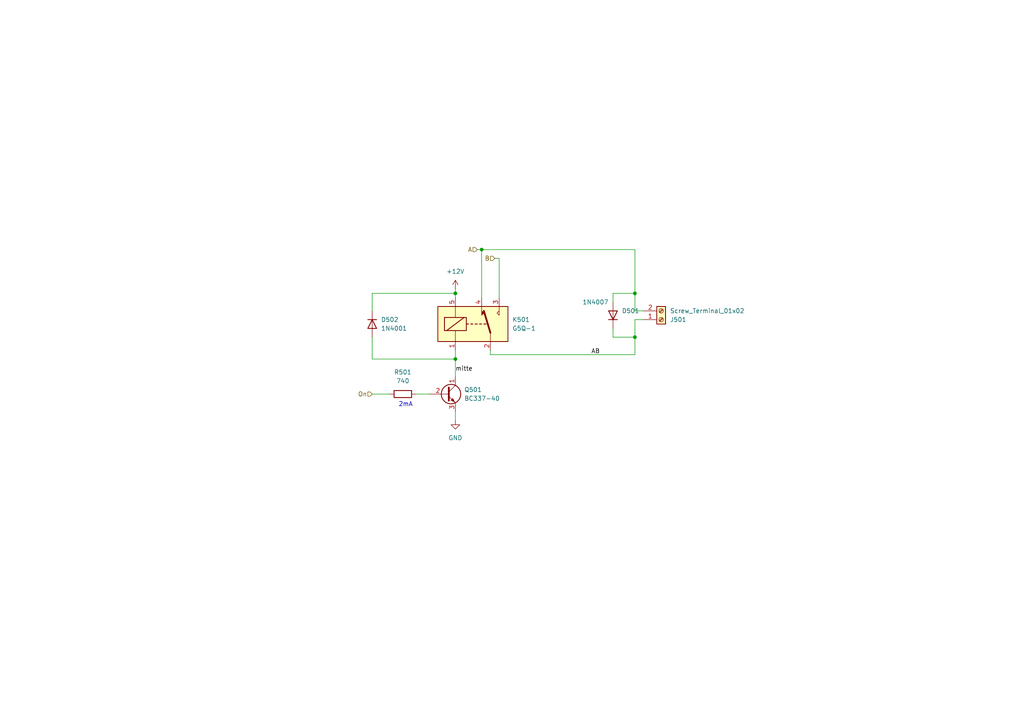
<source format=kicad_sch>
(kicad_sch (version 20211123) (generator eeschema)
  (paper "A4")
  (title_block (title "ESP32 Relaiskarte") (date "2022-03-21") (rev "0.0.1") (company "makerspace Bocholt") (comment 1 "+ optionale Servo Ansteuerung") (comment 2 "+ optionale Lan Karte") (comment 4 "Frank Tobergte"))
  (lib_symbols
    (symbol "Connector:Screw_Terminal_01x02" (pin_names (offset 1.016) hide)
      (property "Reference" "J" (at 0 2.54 0))
      (property "Value" "Screw_Terminal_01x02" (at 0 -5.08 0))
      (symbol "Screw_Terminal_01x02_1_1"
        (rectangle (start -1.27 1.27) (end 1.27 -3.81) (stroke (width 0.254)) (fill (type background)))
        (circle (center 0 -2.54) (radius 0.635) (stroke (width 0.1524)))
        (polyline (pts (xy -0.5334 -2.2098) (xy 0.3302 -3.048)) (stroke (width 0.1524)))
        (polyline (pts (xy -0.5334 0.3302) (xy 0.3302 -0.508)) (stroke (width 0.1524)))
        (polyline (pts (xy -0.3556 -2.032) (xy 0.508 -2.8702)) (stroke (width 0.1524)))
        (polyline (pts (xy -0.3556 0.508) (xy 0.508 -0.3302)) (stroke (width 0.1524)))
        (circle (center 0 0) (radius 0.635) (stroke (width 0.1524)))
        (pin passive line (at -5.08 0 0) (length 3.81) (name "Pin_1") (number "1"))
        (pin passive line (at -5.08 -2.54 0) (length 3.81) (name "Pin_2") (number "2"))
      )
    )
    (symbol "Device:R" (pin_numbers hide) (pin_names (offset 0))
      (property "Reference" "R" (at 2.032 0 90))
      (property "Value" "R" (at 0 0 90))
      (symbol "R_0_1"
        (rectangle (start -1.016 -2.54) (end 1.016 2.54) (stroke (width 0.254)))
      )
      (symbol "R_1_1"
        (pin passive line (at 0 3.81 270) (length 1.27) (name "~") (number "1"))
        (pin passive line (at 0 -3.81 90) (length 1.27) (name "~") (number "2"))
      )
    )
    (symbol "Diode:1N4001" (pin_numbers hide) (pin_names (offset 1.016) hide)
      (property "Reference" "D" (at 0 2.54 0))
      (property "Value" "1N4001" (at 0 -2.54 0))
      (symbol "1N4001_0_1"
        (polyline (pts (xy -1.27 1.27) (xy -1.27 -1.27)) (stroke (width 0.254)))
        (polyline (pts (xy 1.27 0) (xy -1.27 0)))
        (polyline (pts (xy 1.27 1.27) (xy 1.27 -1.27) (xy -1.27 0) (xy 1.27 1.27)) (stroke (width 0.254)))
      )
      (symbol "1N4001_1_1"
        (pin passive line (at -3.81 0 0) (length 2.54) (name "K") (number "1"))
        (pin passive line (at 3.81 0 180) (length 2.54) (name "A") (number "2"))
      )
    )
    (symbol "Diode:1N4007" (pin_numbers hide) (pin_names (offset 1.016) hide)
      (property "Reference" "D" (at 0 2.54 0))
      (property "Value" "1N4007" (at 0 -2.54 0))
      (symbol "1N4007_0_1"
        (polyline (pts (xy -1.27 1.27) (xy -1.27 -1.27)) (stroke (width 0.254)))
        (polyline (pts (xy 1.27 0) (xy -1.27 0)))
        (polyline (pts (xy 1.27 1.27) (xy 1.27 -1.27) (xy -1.27 0) (xy 1.27 1.27)) (stroke (width 0.254)))
      )
      (symbol "1N4007_1_1"
        (pin passive line (at -3.81 0 0) (length 2.54) (name "K") (number "1"))
        (pin passive line (at 3.81 0 180) (length 2.54) (name "A") (number "2"))
      )
    )
    (symbol "Relay:G5Q-1"
      (property "Reference" "K" (at 11.43 3.81 0))
      (property "Value" "G5Q-1" (at 11.43 1.27 0))
      (symbol "G5Q-1_0_0"
        (polyline (pts (xy 7.62 5.08) (xy 7.62 2.54) (xy 6.985 3.175) (xy 7.62 3.81)))
      )
      (symbol "G5Q-1_0_1"
        (rectangle (start -10.16 5.08) (end 10.16 -5.08) (stroke (width 0.254)) (fill (type background)))
        (rectangle (start -8.255 1.905) (end -1.905 -1.905) (stroke (width 0.254)))
        (polyline (pts (xy -7.62 -1.905) (xy -2.54 1.905)) (stroke (width 0.254)))
        (polyline (pts (xy -5.08 -5.08) (xy -5.08 -1.905)))
        (polyline (pts (xy -5.08 5.08) (xy -5.08 1.905)))
        (polyline (pts (xy -1.905 0) (xy -1.27 0)) (stroke (width 0.254)))
        (polyline (pts (xy -0.635 0) (xy 0 0)) (stroke (width 0.254)))
        (polyline (pts (xy 0.635 0) (xy 1.27 0)) (stroke (width 0.254)))
        (polyline (pts (xy 1.905 0) (xy 2.54 0)) (stroke (width 0.254)))
        (polyline (pts (xy 3.175 0) (xy 3.81 0)) (stroke (width 0.254)))
        (polyline (pts (xy 5.08 -2.54) (xy 3.175 3.81)) (stroke (width 0.508)))
        (polyline (pts (xy 5.08 -2.54) (xy 5.08 -5.08)))
        (polyline (pts (xy 2.54 5.08) (xy 2.54 2.54) (xy 3.175 3.175) (xy 2.54 3.81)) (fill (type outline)))
      )
      (symbol "G5Q-1_1_1"
        (pin passive line (at -5.08 -7.62 90) (length 2.54) (name "~") (number "1"))
        (pin passive line (at 5.08 -7.62 90) (length 2.54) (name "~") (number "2"))
        (pin passive line (at 7.62 7.62 270) (length 2.54) (name "~") (number "3"))
        (pin passive line (at 2.54 7.62 270) (length 2.54) (name "~") (number "4"))
        (pin passive line (at -5.08 7.62 270) (length 2.54) (name "~") (number "5"))
      )
    )
    (symbol "Transistor_BJT:BC337" (pin_names (offset 0) hide)
      (property "Reference" "Q" (at 5.08 1.905 0))
      (property "Value" "BC337" (at 5.08 0 0))
      (symbol "BC337_0_1"
        (polyline (pts (xy 0 0) (xy 0.635 0)))
        (polyline (pts (xy 0.635 0.635) (xy 2.54 2.54)))
        (polyline (pts (xy 0.635 -0.635) (xy 2.54 -2.54) (xy 2.54 -2.54)))
        (polyline (pts (xy 0.635 1.905) (xy 0.635 -1.905) (xy 0.635 -1.905)) (stroke (width 0.508)))
        (polyline (pts (xy 1.27 -1.778) (xy 1.778 -1.27) (xy 2.286 -2.286) (xy 1.27 -1.778) (xy 1.27 -1.778)) (fill (type outline)))
        (circle (center 1.27 0) (radius 2.8194) (stroke (width 0.254)))
      )
      (symbol "BC337_1_1"
        (pin passive line (at 2.54 5.08 270) (length 2.54) (name "C") (number "1"))
        (pin input line (at -5.08 0 0) (length 5.08) (name "B") (number "2"))
        (pin passive line (at 2.54 -5.08 90) (length 2.54) (name "E") (number "3"))
      )
    )
    (symbol "power:+12V" (power) (pin_names (offset 0))
      (property "Value" "+12V" (at 0 3.556 0))
      (symbol "+12V_0_1"
        (polyline (pts (xy -0.762 1.27) (xy 0 2.54)))
        (polyline (pts (xy 0 0) (xy 0 2.54)))
        (polyline (pts (xy 0 2.54) (xy 0.762 1.27)))
      )
      (symbol "+12V_1_1"
        (pin power_in line (at 0 0 90) (length 0) hide (name "+12V") (number "1"))
      )
    )
    (symbol "power:GND" (power) (pin_names (offset 0))
      (property "Value" "GND" (at 0 -3.81 0))
      (symbol "GND_0_1"
        (polyline (pts (xy 0 0) (xy 0 -1.27) (xy 1.27 -1.27) (xy 0 -2.54) (xy -1.27 -1.27) (xy 0 -1.27)))
      )
      (symbol "GND_1_1"
        (pin power_in line (at 0 0 270) (length 0) hide (name "GND") (number "1"))
      )
    )
  )
  (junction (at 139.7 72.39))
  (junction (at 132.08 85.09))
  (junction (at 132.08 104.14))
  (junction (at 184.15 85.09))
  (junction (at 184.15 97.79))
  (wire (pts (xy 184.15 85.09) (xy 184.15 72.39)))
  (wire (pts (xy 177.8 87.63) (xy 177.8 85.09)))
  (wire (pts (xy 138.43 72.39) (xy 139.7 72.39)))
  (wire (pts (xy 107.95 114.3) (xy 113.03 114.3)))
  (wire (pts (xy 184.15 102.87) (xy 184.15 97.79)))
  (wire (pts (xy 132.08 85.09) (xy 132.08 86.36)))
  (wire (pts (xy 107.95 104.14) (xy 132.08 104.14)))
  (wire (pts (xy 142.24 102.87) (xy 184.15 102.87)))
  (wire (pts (xy 132.08 104.14) (xy 132.08 109.22)))
  (wire (pts (xy 184.15 90.17) (xy 184.15 85.09)))
  (wire (pts (xy 132.08 83.82) (xy 132.08 85.09)))
  (wire (pts (xy 107.95 90.17) (xy 107.95 85.09)))
  (wire (pts (xy 139.7 72.39) (xy 184.15 72.39)))
  (wire (pts (xy 139.7 72.39) (xy 139.7 86.36)))
  (wire (pts (xy 177.8 95.25) (xy 177.8 97.79)))
  (wire (pts (xy 186.69 90.17) (xy 184.15 90.17)))
  (wire (pts (xy 177.8 85.09) (xy 184.15 85.09)))
  (wire (pts (xy 132.08 119.38) (xy 132.08 121.92)))
  (wire (pts (xy 184.15 92.71) (xy 186.69 92.71)))
  (wire (pts (xy 107.95 97.79) (xy 107.95 104.14)))
  (wire (pts (xy 120.65 114.3) (xy 124.46 114.3)))
  (wire (pts (xy 177.8 97.79) (xy 184.15 97.79)))
  (wire (pts (xy 184.15 97.79) (xy 184.15 92.71)))
  (wire (pts (xy 144.78 74.93) (xy 143.51 74.93)))
  (wire (pts (xy 144.78 86.36) (xy 144.78 74.93)))
  (wire (pts (xy 142.24 101.6) (xy 142.24 102.87)))
  (wire (pts (xy 107.95 85.09) (xy 132.08 85.09)))
  (wire (pts (xy 132.08 101.6) (xy 132.08 104.14)))
  (text "2mA" (at 115.57 118.11 0) (effects (font (size 1.27 1.27)) (justify left bottom)))
  (label "AB" (at 171.45 102.87 0))
  (label "mitte" (at 132.08 107.95 0))
  (hierarchical_label "On" (shape input) (at 107.95 114.3 180))
  (hierarchical_label "B" (shape input) (at 143.51 74.93 180))
  (hierarchical_label "A" (shape input) (at 138.43 72.39 180))
  (symbol (lib_id "Relay:G5Q-1") (at 137.16 93.98 0)
    (property "Reference" "K501" (at 148.59 92.7099 0) (effects (justify left)))
    (property "Value" "G5Q-1" (at 148.59 95.2499 0) (effects (justify left)))
    (property "Footprint" "Relay_THT:Relay_SPDT_Omron-G5Q-1" (effects hide))
    (property "Datasheet" "https://www.omron.com/ecb/products/pdf/en-g5q.pdf" (effects hide))
  )
  (symbol (lib_id "Connector:Screw_Terminal_01x02") (at 191.77 92.71 0) (mirror x)
    (property "Reference" "J501" (at 194.31 92.7101 0) (effects (justify left)))
    (property "Value" "Screw_Terminal_01x02" (at 194.31 90.1701 0) (effects (justify left)))
    (property "Footprint" "TerminalBlock_Phoenix:TerminalBlock_Phoenix_MKDS-1,5-2-5.08_1x02_P5.08mm_Horizontal" (effects hide))
  )
  (symbol (lib_id "power:+12V") (at 132.08 83.82 0)
    (property "Reference" "#PWR01201" (effects hide))
    (property "Value" "+12V" (at 132.08 78.74 0))
  )
  (symbol (lib_id "power:GND") (at 132.08 121.92 0)
    (property "Reference" "#PWR01202" (effects hide))
    (property "Value" "GND" (at 132.08 127 0))
  )
  (symbol (lib_id "Device:R") (at 116.84 114.3 90)
    (property "Reference" "R501" (at 116.84 107.95 90))
    (property "Value" "740" (at 116.84 110.49 90))
    (property "Footprint" "Resistor_THT:R_Axial_DIN0207_L6.3mm_D2.5mm_P7.62mm_Horizontal" (effects hide))
  )
  (symbol (lib_id "Diode:1N4007") (at 177.8 91.44 90)
    (property "Reference" "D501" (at 180.34 90.1699 90) (effects (justify right)))
    (property "Value" "1N4007" (at 168.91 87.63 90) (effects (justify right)))
    (property "Footprint" "Diode_THT:D_DO-41_SOD81_P5.08mm_Vertical_KathodeUp" (effects hide))
    (property "Datasheet" "http://www.vishay.com/docs/88503/1n4001.pdf" (effects hide))
  )
  (symbol (lib_id "Diode:1N4001") (at 107.95 93.98 270)
    (property "Reference" "D502" (at 110.49 92.7099 90) (effects (justify left)))
    (property "Value" "1N4001" (at 110.49 95.2499 90) (effects (justify left)))
    (property "Footprint" "Diode_THT:D_DO-41_SOD81_P10.16mm_Horizontal" (effects hide))
    (property "Datasheet" "http://www.vishay.com/docs/88503/1n4001.pdf" (effects hide))
  )
  (symbol (lib_id "Transistor_BJT:BC337") (at 129.54 114.3 0)
    (property "Reference" "Q501" (at 134.62 113.0299 0) (effects (justify left)))
    (property "Value" "BC337-40" (at 134.62 115.5699 0) (effects (justify left)))
    (property "Footprint" "Package_TO_SOT_THT:TO-92_Inline" (effects hide))
    (property "Datasheet" "https://diotec.com/tl_files/diotec/files/pdf/datasheets/bc337.pdf" (effects hide))
  )
)
</source>
